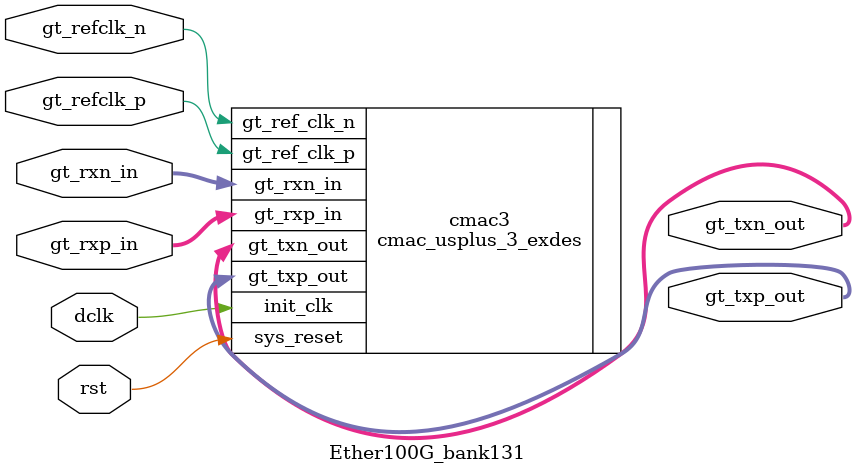
<source format=v>
`timescale 1ns / 1ps


module Ether100G_bank131(
    input             gt_refclk_p,
    input             gt_refclk_n,  
     
    input  wire [3:0] gt_rxp_in,
    input  wire [3:0] gt_rxn_in,
    output wire [3:0] gt_txp_out,
    output wire [3:0] gt_txn_out,
    
    input dclk,
    input rst
    );
    

cmac_usplus_3_exdes cmac3(
    .gt_rxp_in(gt_rxp_in),
    .gt_rxn_in(gt_rxn_in),
    .gt_txp_out(gt_txp_out),
    .gt_txn_out(gt_txn_out),

    .sys_reset(rst),

    .gt_ref_clk_p(gt_refclk_p),
    .gt_ref_clk_n(gt_refclk_n),
    .init_clk(dclk)
);

endmodule

</source>
